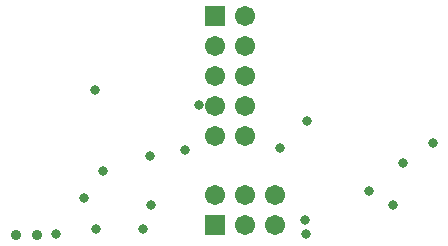
<source format=gbs>
G04*
G04 #@! TF.GenerationSoftware,Altium Limited,Altium Designer,18.1.9 (240)*
G04*
G04 Layer_Color=16711935*
%FSLAX24Y24*%
%MOIN*%
G70*
G01*
G75*
%ADD38R,0.0671X0.0671*%
%ADD39C,0.0671*%
%ADD40C,0.0356*%
%ADD41R,0.0671X0.0671*%
%ADD42C,0.0320*%
D38*
X42650Y34250D02*
D03*
D39*
Y35250D02*
D03*
X43650Y34250D02*
D03*
Y35250D02*
D03*
X44650Y34250D02*
D03*
Y35250D02*
D03*
X43650Y37200D02*
D03*
X42650D02*
D03*
X43650Y38200D02*
D03*
X42650D02*
D03*
X43650Y39200D02*
D03*
X42650D02*
D03*
X43650Y40200D02*
D03*
X42650D02*
D03*
X43650Y41200D02*
D03*
D40*
X36012Y33907D02*
D03*
X36721D02*
D03*
D41*
X42650Y41200D02*
D03*
D42*
X37350Y33923D02*
D03*
X38267Y35129D02*
D03*
X41650Y36750D02*
D03*
X38650Y38750D02*
D03*
X38900Y36045D02*
D03*
X40480Y36520D02*
D03*
X47780Y35365D02*
D03*
X45670Y33920D02*
D03*
X45630Y34390D02*
D03*
X42100Y38250D02*
D03*
X38675Y34095D02*
D03*
X49910Y36960D02*
D03*
X40510Y34910D02*
D03*
X48587Y34885D02*
D03*
X45710Y37700D02*
D03*
X44820Y36790D02*
D03*
X40240Y34110D02*
D03*
X48920Y36302D02*
D03*
M02*

</source>
